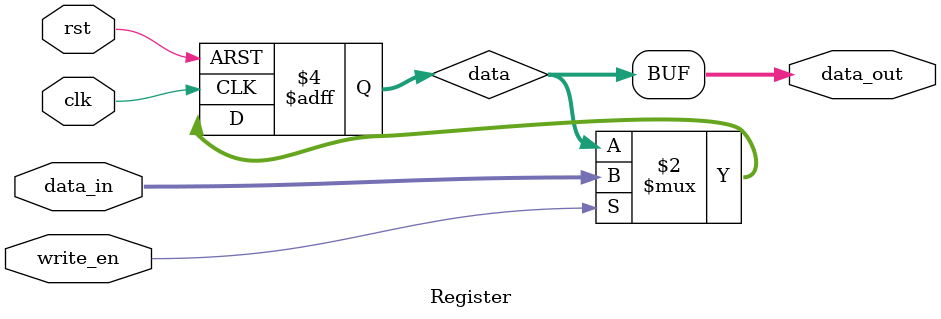
<source format=v>
module Register (input clk, rst, write_en ,input [31:0] data_in, output [31:0] data_out);
    reg [31:0] data;

    always @(posedge clk, posedge rst) begin
        if (rst)
            data <= 32'b0;
        else if (write_en)
            data <= data_in;
    end

    assign data_out = data;

endmodule
</source>
